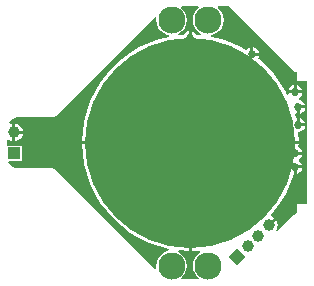
<source format=gbl>
G04 Layer_Physical_Order=2*
G04 Layer_Color=16711680*
%FSLAX25Y25*%
%MOIN*%
G70*
G01*
G75*
%ADD28C,0.00600*%
%ADD37C,0.09055*%
%ADD38C,0.03961*%
G04:AMPARAMS|DCode=39|XSize=39.59mil|YSize=39.61mil|CornerRadius=0mil|HoleSize=0mil|Usage=FLASHONLY|Rotation=45.000|XOffset=0mil|YOffset=0mil|HoleType=Round|Shape=Rectangle|*
%AMROTATEDRECTD39*
4,1,4,0.00001,-0.02800,-0.02800,0.00001,-0.00001,0.02800,0.02800,-0.00001,0.00001,-0.02800,0.0*
%
%ADD39ROTATEDRECTD39*%

%ADD40R,0.03961X0.03959*%
%ADD41C,0.02700*%
%ADD42C,0.70079*%
G36*
X23419Y34919D02*
X34419Y23919D01*
X34915Y23587D01*
X35500Y23471D01*
Y20500D01*
X38900D01*
Y-20400D01*
X35600D01*
X35500Y-20500D01*
Y-23471D01*
X34915Y-23587D01*
X34419Y-23919D01*
X29008Y-29329D01*
X28631Y-28999D01*
X28710Y-28896D01*
X29010Y-28171D01*
X29113Y-27393D01*
X29010Y-26615D01*
X28710Y-25890D01*
X28539Y-25668D01*
X26460Y-27747D01*
X25753Y-27040D01*
X27832Y-24961D01*
X27610Y-24790D01*
X27054Y-24560D01*
X26862Y-24028D01*
X27892Y-22891D01*
X30002Y-20046D01*
X31822Y-17009D01*
X33336Y-13808D01*
X34500Y-10556D01*
Y-8000D01*
X35000D01*
Y-7500D01*
X37297D01*
X37214Y-7083D01*
X36694Y-6306D01*
X36312Y-6051D01*
Y-5449D01*
X36694Y-5194D01*
X37214Y-4417D01*
X37297Y-4000D01*
X35000D01*
Y-3000D01*
X37297D01*
X37214Y-2583D01*
X36694Y-1806D01*
X36016Y-1353D01*
X36058Y-500D01*
X500D01*
Y-36058D01*
X3333Y-35919D01*
X3444Y-36414D01*
X3320Y-36466D01*
X2248Y-37288D01*
X1427Y-38359D01*
X910Y-39606D01*
X734Y-40945D01*
X910Y-42283D01*
X1427Y-43531D01*
X2248Y-44602D01*
X2729Y-44971D01*
X2559Y-45471D01*
X-2953D01*
X-3123Y-44971D01*
X-2642Y-44602D01*
X-1820Y-43531D01*
X-1304Y-42283D01*
X-1127Y-40945D01*
X-1304Y-39606D01*
X-1820Y-38359D01*
X-2642Y-37288D01*
X-3713Y-36466D01*
X-4005Y-36345D01*
X-3871Y-35860D01*
X-3537Y-35909D01*
X-500Y-36058D01*
Y-500D01*
X-36058D01*
X-35909Y-3537D01*
X-35390Y-7039D01*
X-34529Y-10474D01*
X-33336Y-13808D01*
X-31822Y-17009D01*
X-30002Y-20046D01*
X-27892Y-22891D01*
X-25514Y-25514D01*
X-22891Y-27892D01*
X-20046Y-30002D01*
X-17009Y-31822D01*
X-13808Y-33336D01*
X-10474Y-34529D01*
X-7039Y-35390D01*
X-7118Y-35881D01*
X-7638Y-35949D01*
X-8885Y-36466D01*
X-9956Y-37288D01*
X-10778Y-38359D01*
X-11295Y-39606D01*
X-11471Y-40945D01*
X-11363Y-41767D01*
X-11836Y-42001D01*
X-44919Y-8919D01*
X-45415Y-8587D01*
X-46000Y-8471D01*
X-57842D01*
X-58512Y-8337D01*
X-59144Y-8076D01*
X-59712Y-7696D01*
X-60196Y-7212D01*
X-60576Y-6644D01*
X-60637Y-6495D01*
X-60360Y-6080D01*
X-56235D01*
Y-920D01*
X-60971D01*
Y767D01*
X-60471Y1014D01*
X-60318Y897D01*
X-59593Y596D01*
X-59315Y560D01*
Y3500D01*
Y6440D01*
X-59593Y6404D01*
X-59909Y6273D01*
X-60472Y6561D01*
X-60516Y6734D01*
X-60196Y7212D01*
X-59712Y7696D01*
X-59144Y8076D01*
X-58512Y8337D01*
X-57842Y8471D01*
X-46000D01*
X-45415Y8587D01*
X-44919Y8919D01*
X-11836Y42001D01*
X-11363Y41767D01*
X-11471Y40945D01*
X-11295Y39606D01*
X-10778Y38359D01*
X-9956Y37288D01*
X-8885Y36466D01*
X-7638Y35949D01*
X-7118Y35881D01*
X-7039Y35390D01*
X-10474Y34529D01*
X-13808Y33336D01*
X-17009Y31822D01*
X-20046Y30002D01*
X-22891Y27892D01*
X-25514Y25514D01*
X-27892Y22891D01*
X-30002Y20046D01*
X-31822Y17009D01*
X-33336Y13808D01*
X-34529Y10474D01*
X-35390Y7039D01*
X-35909Y3537D01*
X-36058Y500D01*
X0D01*
X36058D01*
X35930Y3119D01*
X36000Y3604D01*
X36917Y3786D01*
X37694Y4306D01*
X38214Y5083D01*
X38297Y5500D01*
X36000D01*
Y6000D01*
X35500D01*
Y8297D01*
X35095Y8216D01*
X34792Y9425D01*
X35224Y9758D01*
X35500Y9703D01*
Y12000D01*
X36000D01*
Y12500D01*
X38297D01*
X38214Y12917D01*
X37694Y13694D01*
X36917Y14214D01*
X36161Y14364D01*
X36054Y14878D01*
X36694Y15306D01*
X37214Y16083D01*
X37297Y16500D01*
X32703D01*
X32767Y16182D01*
X32288Y16024D01*
X31822Y17009D01*
X30002Y20046D01*
X27892Y22891D01*
X25514Y25514D01*
X22891Y27892D01*
X22464Y28209D01*
X22714Y28583D01*
X22797Y29000D01*
X20500D01*
Y29500D01*
X20000D01*
Y31797D01*
X19583Y31714D01*
X18806Y31194D01*
X18592Y30874D01*
X17009Y31822D01*
X13808Y33336D01*
X10474Y34529D01*
X7039Y35390D01*
X6938Y35405D01*
X6942Y35910D01*
X7244Y35949D01*
X8491Y36466D01*
X9562Y37288D01*
X10384Y38359D01*
X10901Y39606D01*
X11077Y40945D01*
X10901Y42283D01*
X10384Y43531D01*
X9562Y44602D01*
X9082Y44971D01*
X9252Y45471D01*
X12867D01*
X23419Y34919D01*
D02*
G37*
G36*
X2729Y44971D02*
X2248Y44602D01*
X1427Y43531D01*
X910Y42283D01*
X734Y40945D01*
X910Y39606D01*
X1427Y38359D01*
X2248Y37288D01*
X3320Y36466D01*
X3444Y36414D01*
X3333Y35919D01*
X2174Y35976D01*
X1694Y36694D01*
X917Y37214D01*
X500Y37297D01*
Y35000D01*
X-500D01*
Y37297D01*
X-917Y37214D01*
X-1694Y36694D01*
X-2174Y35976D01*
X-3537Y35909D01*
X-3871Y35860D01*
X-4005Y36345D01*
X-3713Y36466D01*
X-2642Y37288D01*
X-1820Y38359D01*
X-1304Y39606D01*
X-1127Y40945D01*
X-1304Y42283D01*
X-1820Y43531D01*
X-2642Y44602D01*
X-3123Y44971D01*
X-2953Y45471D01*
X2559D01*
X2729Y44971D01*
D02*
G37*
%LPC*%
G36*
X36500Y8297D02*
Y6500D01*
X38297D01*
X38214Y6917D01*
X37694Y7694D01*
X36917Y8214D01*
X36500Y8297D01*
D02*
G37*
G36*
X-58315Y6440D02*
Y4000D01*
X-55875D01*
X-55911Y4278D01*
X-56212Y5003D01*
X-56689Y5626D01*
X-57312Y6103D01*
X-58037Y6404D01*
X-58315Y6440D01*
D02*
G37*
G36*
X37297Y-8500D02*
X35500D01*
Y-10297D01*
X35917Y-10214D01*
X36694Y-9694D01*
X37214Y-8917D01*
X37297Y-8500D01*
D02*
G37*
G36*
X-55875Y3000D02*
X-58315D01*
Y560D01*
X-58037Y596D01*
X-57312Y897D01*
X-56689Y1374D01*
X-56212Y1997D01*
X-55911Y2722D01*
X-55875Y3000D01*
D02*
G37*
G36*
X35500Y19297D02*
Y17500D01*
X37297D01*
X37214Y17917D01*
X36694Y18694D01*
X35917Y19214D01*
X35500Y19297D01*
D02*
G37*
G36*
X21000Y31797D02*
Y30000D01*
X22797D01*
X22714Y30417D01*
X22194Y31194D01*
X21417Y31714D01*
X21000Y31797D01*
D02*
G37*
G36*
X38297Y11500D02*
X36500D01*
Y9703D01*
X36917Y9786D01*
X37694Y10306D01*
X38214Y11083D01*
X38297Y11500D01*
D02*
G37*
G36*
X34500Y19297D02*
X34083Y19214D01*
X33306Y18694D01*
X32786Y17917D01*
X32703Y17500D01*
X34500D01*
Y19297D01*
D02*
G37*
%LPD*%
D28*
X27000Y2500D02*
X28000Y1500D01*
D37*
X5906Y-40945D02*
D03*
X-6299D02*
D03*
X5906Y40945D02*
D03*
X-6299D02*
D03*
D38*
X22571Y-30929D02*
D03*
X26107Y-27393D02*
D03*
X19036Y-34464D02*
D03*
X-58815Y3500D02*
D03*
D39*
X15500Y-38000D02*
D03*
D40*
X-58815Y-3500D02*
D03*
D41*
X27000Y2500D02*
D03*
X8500Y-30000D02*
D03*
X20500Y29500D02*
D03*
X-33000Y-500D02*
D03*
X-10500Y10500D02*
D03*
X-27500D02*
D03*
X-1000Y17000D02*
D03*
X35000D02*
D03*
X36000Y12000D02*
D03*
Y6000D02*
D03*
X35000Y-3500D02*
D03*
Y-8000D02*
D03*
X1913Y-1413D02*
D03*
X6638D02*
D03*
X11362D02*
D03*
X16087D02*
D03*
X1913Y-6138D02*
D03*
X6638Y-6138D02*
D03*
X11362D02*
D03*
X16087Y-6138D02*
D03*
X1913Y-10862D02*
D03*
X6638D02*
D03*
X11362D02*
D03*
X16087D02*
D03*
X1913Y-15587D02*
D03*
X6638D02*
D03*
X11362D02*
D03*
X16087D02*
D03*
X22000Y21000D02*
D03*
X0Y35000D02*
D03*
D42*
Y0D02*
D03*
M02*

</source>
